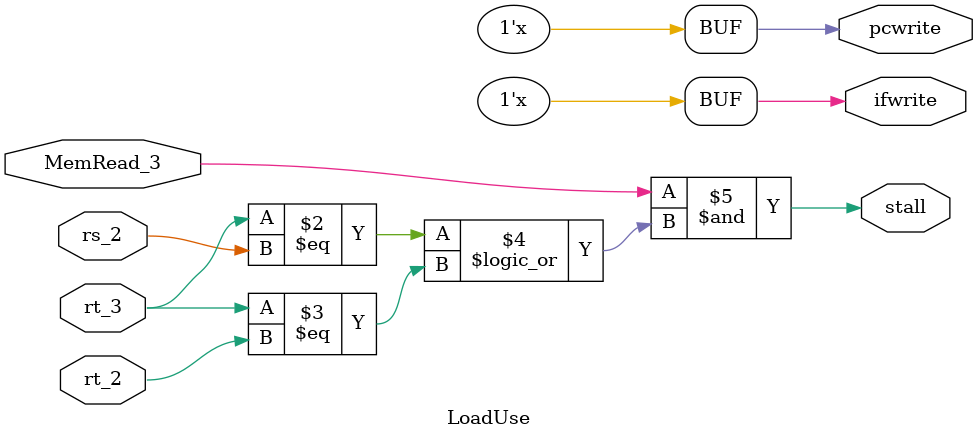
<source format=v>
module LoadUse(MemRead_3,rt_2,rt_3,rs_2,stall,pcwrite,ifwrite);
input MemRead_3;//id_ex的MemRead信号
input rt_2;//if_id输出的rt
input rt_3;//id_ex输出的rt
input rs_2;//if_id输出的rs
output reg stall;//stall信号将id_ex流水线寄存器中的EX、MEM和WB级控制信号全部清零
output reg pcwrite;//pcwrite信号禁止PC寄存器接收新数据，低电平有效。
output reg ifwrite;//ifwrite信号禁止if_id流水段寄存器接受新数据，低电平有效。

always @(*)
begin
     stall<=MemRead_3&((rt_3==rs_2)||(rt_3==rt_2));
     pcwrite<=~stall;
     ifwrite<=~stall;	
end
endmodule
</source>
